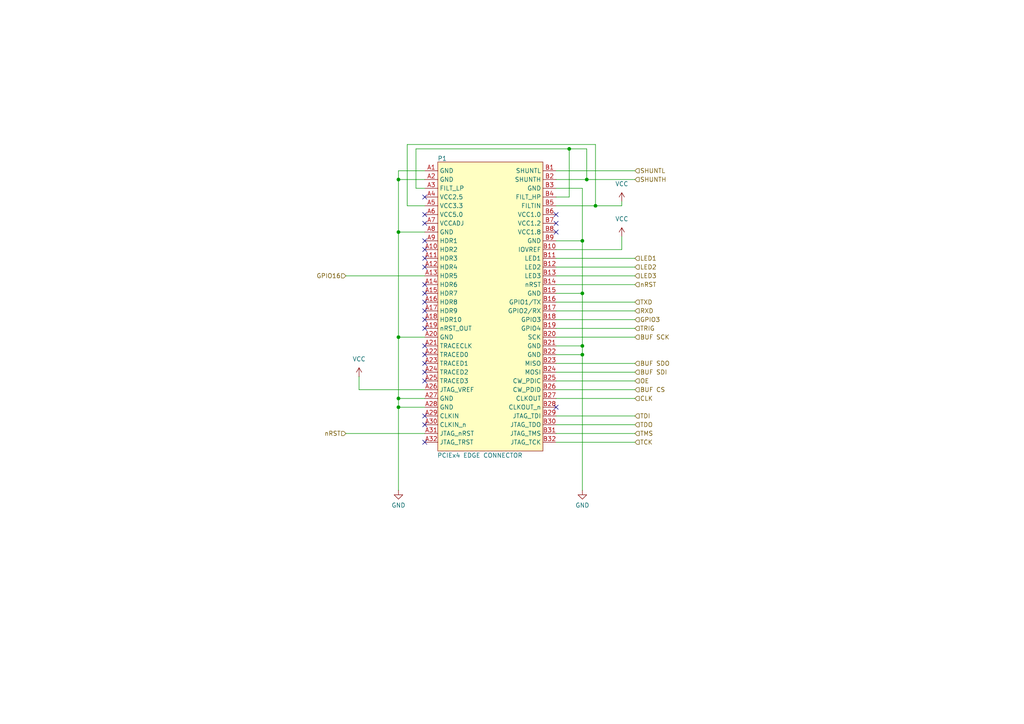
<source format=kicad_sch>
(kicad_sch (version 20231120) (generator "eeschema") (generator_version "8.0")
  (paper "A4")
  (lib_symbols
    (symbol "NAE_Connectors:CW312T-Template" (in_bom no)
      (property "Reference" "P" (at -15.24 3.81 0))
      (property "Value" "PCIEx4 EDGE CONNECTOR " (at 3.81 3.81 0))
      (symbol "CW312T-Template_1_1"
        (rectangle (start -15.24 2.54) (end 15.24 -81.28) (fill (type background)))
        (pin unspecified line (at -19.05 0 0) (length 3.81) (name "GND") (number "A1"))
        (pin unspecified line (at -19.05 -22.86 0) (length 3.81) (name "HDR2") (number "A10"))
        (pin unspecified line (at -19.05 -25.4 0) (length 3.81) (name "HDR3") (number "A11"))
        (pin unspecified line (at -19.05 -27.94 0) (length 3.81) (name "HDR4") (number "A12"))
        (pin unspecified line (at -19.05 -30.48 0) (length 3.81) (name "HDR5") (number "A13"))
        (pin unspecified line (at -19.05 -33.02 0) (length 3.81) (name "HDR6") (number "A14"))
        (pin unspecified line (at -19.05 -35.56 0) (length 3.81) (name "HDR7") (number "A15"))
        (pin unspecified line (at -19.05 -38.1 0) (length 3.81) (name "HDR8") (number "A16"))
        (pin unspecified line (at -19.05 -40.64 0) (length 3.81) (name "HDR9") (number "A17"))
        (pin unspecified line (at -19.05 -43.18 0) (length 3.81) (name "HDR10") (number "A18"))
        (pin unspecified line (at -19.05 -45.72 0) (length 3.81) (name "nRST_OUT") (number "A19"))
        (pin unspecified line (at -19.05 -2.54 0) (length 3.81) (name "GND") (number "A2"))
        (pin unspecified line (at -19.05 -48.26 0) (length 3.81) (name "GND") (number "A20"))
        (pin unspecified line (at -19.05 -50.8 0) (length 3.81) (name "TRACECLK") (number "A21"))
        (pin unspecified line (at -19.05 -53.34 0) (length 3.81) (name "TRACED0") (number "A22"))
        (pin unspecified line (at -19.05 -55.88 0) (length 3.81) (name "TRACED1") (number "A23"))
        (pin unspecified line (at -19.05 -58.42 0) (length 3.81) (name "TRACED2") (number "A24"))
        (pin unspecified line (at -19.05 -60.96 0) (length 3.81) (name "TRACED3") (number "A25"))
        (pin unspecified line (at -19.05 -63.5 0) (length 3.81) (name "JTAG_VREF") (number "A26"))
        (pin unspecified line (at -19.05 -66.04 0) (length 3.81) (name "GND") (number "A27"))
        (pin unspecified line (at -19.05 -68.58 0) (length 3.81) (name "GND") (number "A28"))
        (pin unspecified line (at -19.05 -71.12 0) (length 3.81) (name "CLKIN") (number "A29"))
        (pin unspecified line (at -19.05 -5.08 0) (length 3.81) (name "FILT_LP") (number "A3"))
        (pin unspecified line (at -19.05 -73.66 0) (length 3.81) (name "CLKIN_n") (number "A30"))
        (pin unspecified line (at -19.05 -76.2 0) (length 3.81) (name "JTAG_nRST") (number "A31"))
        (pin unspecified line (at -19.05 -78.74 0) (length 3.81) (name "JTAG_TRST") (number "A32"))
        (pin unspecified line (at -19.05 -7.62 0) (length 3.81) (name "VCC2.5") (number "A4"))
        (pin unspecified line (at -19.05 -10.16 0) (length 3.81) (name "VCC3.3") (number "A5"))
        (pin unspecified line (at -19.05 -12.7 0) (length 3.81) (name "VCC5.0") (number "A6"))
        (pin unspecified line (at -19.05 -15.24 0) (length 3.81) (name "VCCADJ") (number "A7"))
        (pin unspecified line (at -19.05 -17.78 0) (length 3.81) (name "GND") (number "A8"))
        (pin unspecified line (at -19.05 -20.32 0) (length 3.81) (name "HDR1") (number "A9"))
        (pin unspecified line (at 19.05 0 180) (length 3.81) (name "SHUNTL") (number "B1"))
        (pin unspecified line (at 19.05 -22.86 180) (length 3.81) (name "IOVREF") (number "B10"))
        (pin unspecified line (at 19.05 -25.4 180) (length 3.81) (name "LED1") (number "B11"))
        (pin unspecified line (at 19.05 -27.94 180) (length 3.81) (name "LED2") (number "B12"))
        (pin unspecified line (at 19.05 -30.48 180) (length 3.81) (name "LED3") (number "B13"))
        (pin unspecified line (at 19.05 -33.02 180) (length 3.81) (name "nRST") (number "B14"))
        (pin unspecified line (at 19.05 -35.56 180) (length 3.81) (name "GND") (number "B15"))
        (pin unspecified line (at 19.05 -38.1 180) (length 3.81) (name "GPIO1/TX") (number "B16"))
        (pin unspecified line (at 19.05 -40.64 180) (length 3.81) (name "GPIO2/RX") (number "B17"))
        (pin unspecified line (at 19.05 -43.18 180) (length 3.81) (name "GPIO3") (number "B18"))
        (pin unspecified line (at 19.05 -45.72 180) (length 3.81) (name "GPIO4") (number "B19"))
        (pin unspecified line (at 19.05 -2.54 180) (length 3.81) (name "SHUNTH") (number "B2"))
        (pin unspecified line (at 19.05 -48.26 180) (length 3.81) (name "SCK") (number "B20"))
        (pin unspecified line (at 19.05 -50.8 180) (length 3.81) (name "GND") (number "B21"))
        (pin unspecified line (at 19.05 -53.34 180) (length 3.81) (name "GND") (number "B22"))
        (pin unspecified line (at 19.05 -55.88 180) (length 3.81) (name "MISO") (number "B23"))
        (pin unspecified line (at 19.05 -58.42 180) (length 3.81) (name "MOSI") (number "B24"))
        (pin unspecified line (at 19.05 -60.96 180) (length 3.81) (name "CW_PDIC") (number "B25"))
        (pin unspecified line (at 19.05 -63.5 180) (length 3.81) (name "CW_PDID") (number "B26"))
        (pin unspecified line (at 19.05 -66.04 180) (length 3.81) (name "CLKOUT") (number "B27"))
        (pin unspecified line (at 19.05 -68.58 180) (length 3.81) (name "CLKOUT_n") (number "B28"))
        (pin unspecified line (at 19.05 -71.12 180) (length 3.81) (name "JTAG_TDI") (number "B29"))
        (pin unspecified line (at 19.05 -5.08 180) (length 3.81) (name "GND") (number "B3"))
        (pin unspecified line (at 19.05 -73.66 180) (length 3.81) (name "JTAG_TDO") (number "B30"))
        (pin unspecified line (at 19.05 -76.2 180) (length 3.81) (name "JTAG_TMS") (number "B31"))
        (pin unspecified line (at 19.05 -78.74 180) (length 3.81) (name "JTAG_TCK") (number "B32"))
        (pin unspecified line (at 19.05 -7.62 180) (length 3.81) (name "FILT_HP") (number "B4"))
        (pin unspecified line (at 19.05 -10.16 180) (length 3.81) (name "FILTIN") (number "B5"))
        (pin unspecified line (at 19.05 -12.7 180) (length 3.81) (name "VCC1.0") (number "B6"))
        (pin unspecified line (at 19.05 -15.24 180) (length 3.81) (name "VCC1.2") (number "B7"))
        (pin unspecified line (at 19.05 -17.78 180) (length 3.81) (name "VCC1.8") (number "B8"))
        (pin unspecified line (at 19.05 -20.32 180) (length 3.81) (name "GND") (number "B9"))
      )
    )
    (symbol "power:GND" (power) (pin_numbers hide) (pin_names (offset 0) hide)
      (property "Value" "GND" (at 0 -3.81 0))
      (symbol "GND_0_1"
        (polyline (pts (xy 0 0) (xy 0 -1.27) (xy 1.27 -1.27) (xy 0 -2.54) (xy -1.27 -1.27) (xy 0 -1.27)))
      )
      (symbol "GND_1_1"
        (pin power_in line (at 0 0 270) (length 0) (name "~") (number "1"))
      )
    )
    (symbol "power:VCC" (power) (pin_numbers hide) (pin_names (offset 0) hide)
      (property "Value" "VCC" (at 0 3.556 0))
      (symbol "VCC_0_1"
        (polyline (pts (xy -0.762 1.27) (xy 0 2.54)))
        (polyline (pts (xy 0 0) (xy 0 2.54)))
        (polyline (pts (xy 0 2.54) (xy 0.762 1.27)))
      )
      (symbol "VCC_1_1"
        (pin power_in line (at 0 0 90) (length 0) (name "~") (number "1"))
      )
    )
  )
  (junction (at 115.57 52.07))
  (junction (at 168.91 102.87))
  (junction (at 168.91 100.33))
  (junction (at 168.91 69.85))
  (junction (at 115.57 118.11))
  (junction (at 115.57 97.79))
  (junction (at 115.57 115.57))
  (junction (at 168.91 85.09))
  (junction (at 165.1 43.18))
  (junction (at 170.18 52.07))
  (junction (at 172.72 59.69))
  (junction (at 115.57 67.31))
  (no_connect (at 123.19 72.39))
  (no_connect (at 123.19 107.95))
  (no_connect (at 123.19 64.77))
  (no_connect (at 123.19 82.55))
  (no_connect (at 123.19 102.87))
  (no_connect (at 123.19 77.47))
  (no_connect (at 123.19 62.23))
  (no_connect (at 123.19 123.19))
  (no_connect (at 123.19 57.15))
  (no_connect (at 161.29 67.31))
  (no_connect (at 123.19 110.49))
  (no_connect (at 123.19 90.17))
  (no_connect (at 123.19 74.93))
  (no_connect (at 123.19 120.65))
  (no_connect (at 123.19 105.41))
  (no_connect (at 123.19 69.85))
  (no_connect (at 123.19 100.33))
  (no_connect (at 161.29 64.77))
  (no_connect (at 123.19 128.27))
  (no_connect (at 123.19 87.63))
  (no_connect (at 123.19 95.25))
  (no_connect (at 123.19 92.71))
  (no_connect (at 161.29 62.23))
  (no_connect (at 123.19 85.09))
  (no_connect (at 161.29 118.11))
  (wire (pts (xy 115.57 118.11) (xy 115.57 142.24)))
  (wire (pts (xy 161.29 113.03) (xy 184.15 113.03)))
  (wire (pts (xy 120.65 54.61) (xy 120.65 43.18)))
  (wire (pts (xy 120.65 43.18) (xy 165.1 43.18)))
  (wire (pts (xy 161.29 128.27) (xy 184.15 128.27)))
  (wire (pts (xy 161.29 92.71) (xy 184.15 92.71)))
  (wire (pts (xy 161.29 120.65) (xy 184.15 120.65)))
  (wire (pts (xy 100.33 125.73) (xy 123.19 125.73)))
  (wire (pts (xy 165.1 57.15) (xy 165.1 43.18)))
  (wire (pts (xy 123.19 49.53) (xy 115.57 49.53)))
  (wire (pts (xy 161.29 72.39) (xy 180.34 72.39)))
  (wire (pts (xy 115.57 52.07) (xy 123.19 52.07)))
  (wire (pts (xy 170.18 43.18) (xy 170.18 52.07)))
  (wire (pts (xy 172.72 41.91) (xy 172.72 59.69)))
  (wire (pts (xy 165.1 43.18) (xy 170.18 43.18)))
  (wire (pts (xy 161.29 123.19) (xy 184.15 123.19)))
  (wire (pts (xy 104.14 109.22) (xy 104.14 113.03)))
  (wire (pts (xy 161.29 102.87) (xy 168.91 102.87)))
  (wire (pts (xy 161.29 80.01) (xy 184.15 80.01)))
  (wire (pts (xy 161.29 69.85) (xy 168.91 69.85)))
  (wire (pts (xy 115.57 115.57) (xy 115.57 118.11)))
  (wire (pts (xy 180.34 58.42) (xy 180.34 59.69)))
  (wire (pts (xy 115.57 118.11) (xy 123.19 118.11)))
  (wire (pts (xy 115.57 97.79) (xy 123.19 97.79)))
  (wire (pts (xy 168.91 54.61) (xy 161.29 54.61)))
  (wire (pts (xy 161.29 52.07) (xy 170.18 52.07)))
  (wire (pts (xy 115.57 97.79) (xy 115.57 115.57)))
  (wire (pts (xy 161.29 105.41) (xy 184.15 105.41)))
  (wire (pts (xy 170.18 52.07) (xy 184.15 52.07)))
  (wire (pts (xy 161.29 59.69) (xy 172.72 59.69)))
  (wire (pts (xy 123.19 113.03) (xy 104.14 113.03)))
  (wire (pts (xy 161.29 107.95) (xy 184.15 107.95)))
  (wire (pts (xy 115.57 49.53) (xy 115.57 52.07)))
  (wire (pts (xy 161.29 85.09) (xy 168.91 85.09)))
  (wire (pts (xy 168.91 100.33) (xy 168.91 102.87)))
  (wire (pts (xy 161.29 74.93) (xy 184.15 74.93)))
  (wire (pts (xy 168.91 102.87) (xy 168.91 142.24)))
  (wire (pts (xy 180.34 68.58) (xy 180.34 72.39)))
  (wire (pts (xy 168.91 69.85) (xy 168.91 85.09)))
  (wire (pts (xy 115.57 67.31) (xy 115.57 97.79)))
  (wire (pts (xy 115.57 115.57) (xy 123.19 115.57)))
  (wire (pts (xy 161.29 125.73) (xy 184.15 125.73)))
  (wire (pts (xy 123.19 54.61) (xy 120.65 54.61)))
  (wire (pts (xy 161.29 77.47) (xy 184.15 77.47)))
  (wire (pts (xy 161.29 82.55) (xy 184.15 82.55)))
  (wire (pts (xy 168.91 85.09) (xy 168.91 100.33)))
  (wire (pts (xy 161.29 95.25) (xy 184.15 95.25)))
  (wire (pts (xy 161.29 97.79) (xy 184.15 97.79)))
  (wire (pts (xy 161.29 110.49) (xy 184.15 110.49)))
  (wire (pts (xy 172.72 59.69) (xy 180.34 59.69)))
  (wire (pts (xy 100.33 80.01) (xy 123.19 80.01)))
  (wire (pts (xy 118.11 41.91) (xy 172.72 41.91)))
  (wire (pts (xy 115.57 67.31) (xy 123.19 67.31)))
  (wire (pts (xy 161.29 90.17) (xy 184.15 90.17)))
  (wire (pts (xy 123.19 59.69) (xy 118.11 59.69)))
  (wire (pts (xy 161.29 49.53) (xy 184.15 49.53)))
  (wire (pts (xy 115.57 52.07) (xy 115.57 67.31)))
  (wire (pts (xy 161.29 87.63) (xy 184.15 87.63)))
  (wire (pts (xy 161.29 100.33) (xy 168.91 100.33)))
  (wire (pts (xy 161.29 115.57) (xy 184.15 115.57)))
  (wire (pts (xy 168.91 54.61) (xy 168.91 69.85)))
  (wire (pts (xy 118.11 59.69) (xy 118.11 41.91)))
  (wire (pts (xy 161.29 57.15) (xy 165.1 57.15)))
  (hierarchical_label "TDO" (shape input) (at 184.15 123.19 0))
  (hierarchical_label "TRIG" (shape input) (at 184.15 95.25 0))
  (hierarchical_label "GPIO16" (shape input) (at 100.33 80.01 180))
  (hierarchical_label "TXD" (shape input) (at 184.15 87.63 0))
  (hierarchical_label "BUF SDI" (shape input) (at 184.15 107.95 0))
  (hierarchical_label "nRST" (shape input) (at 100.33 125.73 180))
  (hierarchical_label "nRST" (shape input) (at 184.15 82.55 0))
  (hierarchical_label "RXD" (shape input) (at 184.15 90.17 0))
  (hierarchical_label "GPIO3" (shape input) (at 184.15 92.71 0))
  (hierarchical_label "CLK" (shape input) (at 184.15 115.57 0))
  (hierarchical_label "OE" (shape input) (at 184.15 110.49 0))
  (hierarchical_label "SHUNTH" (shape input) (at 184.15 52.07 0))
  (hierarchical_label "BUF SCK" (shape input) (at 184.15 97.79 0))
  (hierarchical_label "TCK" (shape input) (at 184.15 128.27 0))
  (hierarchical_label "LED3" (shape input) (at 184.15 80.01 0))
  (hierarchical_label "TDI" (shape input) (at 184.15 120.65 0))
  (hierarchical_label "BUF CS" (shape input) (at 184.15 113.03 0))
  (hierarchical_label "BUF SDO" (shape input) (at 184.15 105.41 0))
  (hierarchical_label "LED1" (shape input) (at 184.15 74.93 0))
  (hierarchical_label "LED2" (shape input) (at 184.15 77.47 0))
  (hierarchical_label "SHUNTL" (shape input) (at 184.15 49.53 0))
  (hierarchical_label "TMS" (shape input) (at 184.15 125.73 0))
  (symbol (lib_id "power:VCC") (at 104.14 109.22 0) (unit 1)
    (property "Reference" "#PWR068" (effects (hide yes)))
    (property "Value" "VCC" (at 104.14 104.14 0))
    (property "Description" "Power symbol creates a global label with name \"VCC\"" (effects (hide yes)))
  )
  (symbol (lib_id "power:GND") (at 115.57 142.24 0) (unit 1)
    (property "Reference" "#PWR069" (effects (hide yes)))
    (property "Value" "GND" (at 115.57 146.558 0))
    (property "Description" "Power symbol creates a global label with name \"GND\" , ground" (effects (hide yes)))
  )
  (symbol (lib_id "power:VCC") (at 180.34 68.58 0) (mirror y) (unit 1)
    (property "Reference" "#PWR072" (effects (hide yes)))
    (property "Value" "VCC" (at 180.34 63.5 0))
    (property "Description" "Power symbol creates a global label with name \"VCC\"" (effects (hide yes)))
  )
  (symbol (lib_id "power:GND") (at 168.91 142.24 0) (unit 1)
    (property "Reference" "#PWR070" (effects (hide yes)))
    (property "Value" "GND" (at 168.91 146.558 0))
    (property "Description" "Power symbol creates a global label with name \"GND\" , ground" (effects (hide yes)))
  )
  (symbol (lib_id "NAE_Connectors:CW312T-Template") (at 142.24 49.53 0) (unit 1) (in_bom no)
    (property "Reference" "P1" (at 128.27 45.974 0))
    (property "Value" "PCIEx4 EDGE CONNECTOR" (at 139.192 132.08 0))
    (property "Footprint" "tutorial_2_library:CW312_Template" (effects (hide yes)))
    (property "Description" "BOARD AND EDGE CONNECTOR TEMPLATE FOR CW312 TARGETS" (effects (hide yes)))
  )
  (symbol (lib_id "power:VCC") (at 180.34 58.42 0) (mirror y) (unit 1)
    (property "Reference" "#PWR071" (effects (hide yes)))
    (property "Value" "VCC" (at 180.34 53.34 0))
    (property "Description" "Power symbol creates a global label with name \"VCC\"" (effects (hide yes)))
  )
)
</source>
